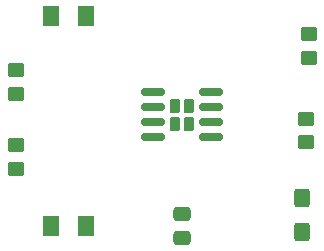
<source format=gbr>
%TF.GenerationSoftware,KiCad,Pcbnew,(7.0.0)*%
%TF.CreationDate,2023-02-16T14:42:30-08:00*%
%TF.ProjectId,Lab 4 E2,4c616220-3420-4453-922e-6b696361645f,rev?*%
%TF.SameCoordinates,Original*%
%TF.FileFunction,Paste,Top*%
%TF.FilePolarity,Positive*%
%FSLAX46Y46*%
G04 Gerber Fmt 4.6, Leading zero omitted, Abs format (unit mm)*
G04 Created by KiCad (PCBNEW (7.0.0)) date 2023-02-16 14:42:30*
%MOMM*%
%LPD*%
G01*
G04 APERTURE LIST*
G04 Aperture macros list*
%AMRoundRect*
0 Rectangle with rounded corners*
0 $1 Rounding radius*
0 $2 $3 $4 $5 $6 $7 $8 $9 X,Y pos of 4 corners*
0 Add a 4 corners polygon primitive as box body*
4,1,4,$2,$3,$4,$5,$6,$7,$8,$9,$2,$3,0*
0 Add four circle primitives for the rounded corners*
1,1,$1+$1,$2,$3*
1,1,$1+$1,$4,$5*
1,1,$1+$1,$6,$7*
1,1,$1+$1,$8,$9*
0 Add four rect primitives between the rounded corners*
20,1,$1+$1,$2,$3,$4,$5,0*
20,1,$1+$1,$4,$5,$6,$7,0*
20,1,$1+$1,$6,$7,$8,$9,0*
20,1,$1+$1,$8,$9,$2,$3,0*%
G04 Aperture macros list end*
%ADD10RoundRect,0.250001X0.462499X0.624999X-0.462499X0.624999X-0.462499X-0.624999X0.462499X-0.624999X0*%
%ADD11RoundRect,0.250000X-0.475000X0.337500X-0.475000X-0.337500X0.475000X-0.337500X0.475000X0.337500X0*%
%ADD12RoundRect,0.250000X-0.450000X0.350000X-0.450000X-0.350000X0.450000X-0.350000X0.450000X0.350000X0*%
%ADD13RoundRect,0.250001X-0.462499X-0.624999X0.462499X-0.624999X0.462499X0.624999X-0.462499X0.624999X0*%
%ADD14RoundRect,0.230000X-0.230000X-0.375000X0.230000X-0.375000X0.230000X0.375000X-0.230000X0.375000X0*%
%ADD15RoundRect,0.150000X-0.825000X-0.150000X0.825000X-0.150000X0.825000X0.150000X-0.825000X0.150000X0*%
%ADD16RoundRect,0.250000X-0.425000X0.537500X-0.425000X-0.537500X0.425000X-0.537500X0.425000X0.537500X0*%
G04 APERTURE END LIST*
D10*
%TO.C,D2*%
X49747500Y-58420000D03*
X46772500Y-58420000D03*
%TD*%
D11*
%TO.C,C2*%
X57865000Y-57382500D03*
X57865000Y-59457500D03*
%TD*%
D12*
%TO.C,R4*%
X43820000Y-51572936D03*
X43820000Y-53572936D03*
%TD*%
%TO.C,R1*%
X68580000Y-42180000D03*
X68580000Y-44180000D03*
%TD*%
D13*
%TO.C,D1*%
X46772500Y-40640000D03*
X49747500Y-40640000D03*
%TD*%
D14*
%TO.C,U1*%
X57280000Y-48260000D03*
X57280000Y-49760000D03*
X58420000Y-48260000D03*
X58420000Y-49760000D03*
D15*
X55375000Y-47105000D03*
X55375000Y-48375000D03*
X55375000Y-49645000D03*
X55375000Y-50915000D03*
X60325000Y-50915000D03*
X60325000Y-49645000D03*
X60325000Y-48375000D03*
X60325000Y-47105000D03*
%TD*%
D16*
%TO.C,C1*%
X68000000Y-56080000D03*
X68000000Y-58955000D03*
%TD*%
D12*
%TO.C,R3*%
X43805000Y-45260000D03*
X43805000Y-47260000D03*
%TD*%
%TO.C,R2*%
X68400000Y-49345872D03*
X68400000Y-51345872D03*
%TD*%
M02*

</source>
